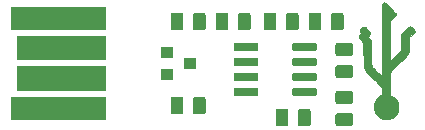
<source format=gbr>
G04 #@! TF.GenerationSoftware,KiCad,Pcbnew,(5.1.2-1)-1*
G04 #@! TF.CreationDate,2019-10-10T21:18:58-06:00*
G04 #@! TF.ProjectId,usb-target,7573622d-7461-4726-9765-742e6b696361,rev?*
G04 #@! TF.SameCoordinates,Original*
G04 #@! TF.FileFunction,Soldermask,Top*
G04 #@! TF.FilePolarity,Negative*
%FSLAX46Y46*%
G04 Gerber Fmt 4.6, Leading zero omitted, Abs format (unit mm)*
G04 Created by KiCad (PCBNEW (5.1.2-1)-1) date 2019-10-10 21:18:58*
%MOMM*%
%LPD*%
G04 APERTURE LIST*
%ADD10C,0.010000*%
%ADD11C,0.100000*%
G04 APERTURE END LIST*
D10*
G36*
X89497192Y-81456152D02*
G01*
X89549167Y-81478391D01*
X89615283Y-81524018D01*
X89700327Y-81596024D01*
X89809085Y-81697403D01*
X89946345Y-81831145D01*
X90011890Y-81895949D01*
X90136017Y-82020394D01*
X90248581Y-82135952D01*
X90344288Y-82236966D01*
X90417841Y-82317782D01*
X90463945Y-82372744D01*
X90476999Y-82392677D01*
X90486311Y-82439114D01*
X90475267Y-82490222D01*
X90439845Y-82552189D01*
X90376022Y-82631201D01*
X90279775Y-82733447D01*
X90209931Y-82803439D01*
X89992200Y-83018778D01*
X89992200Y-84690829D01*
X89992238Y-85023011D01*
X89992422Y-85307929D01*
X89992853Y-85549116D01*
X89993633Y-85750109D01*
X89994863Y-85914443D01*
X89996645Y-86045653D01*
X89999082Y-86147273D01*
X90002274Y-86222840D01*
X90006324Y-86275887D01*
X90011333Y-86309951D01*
X90017403Y-86328567D01*
X90024636Y-86335269D01*
X90033134Y-86333593D01*
X90039377Y-86329690D01*
X90086571Y-86291446D01*
X90159920Y-86225942D01*
X90252751Y-86139704D01*
X90358391Y-86039263D01*
X90470168Y-85931146D01*
X90581408Y-85821882D01*
X90685438Y-85718000D01*
X90775586Y-85626027D01*
X90845179Y-85552494D01*
X90887543Y-85503927D01*
X90896294Y-85491311D01*
X90907873Y-85458080D01*
X90916823Y-85404555D01*
X90923420Y-85325150D01*
X90927944Y-85214277D01*
X90930670Y-85066352D01*
X90931878Y-84875787D01*
X90932000Y-84772606D01*
X90932102Y-84574312D01*
X90932759Y-84420515D01*
X90934493Y-84304915D01*
X90937826Y-84221210D01*
X90943281Y-84163098D01*
X90951381Y-84124277D01*
X90962647Y-84098445D01*
X90977604Y-84079301D01*
X90990559Y-84066495D01*
X91029627Y-84028985D01*
X91096902Y-83964235D01*
X91184040Y-83880283D01*
X91282694Y-83785169D01*
X91318999Y-83750149D01*
X91442622Y-83633049D01*
X91538780Y-83550992D01*
X91615457Y-83502630D01*
X91680633Y-83486617D01*
X91742292Y-83501605D01*
X91808415Y-83546248D01*
X91886984Y-83619198D01*
X91916983Y-83649233D01*
X92003001Y-83740035D01*
X92056817Y-83813087D01*
X92077251Y-83877276D01*
X92063127Y-83941488D01*
X92013265Y-84014609D01*
X91926488Y-84105525D01*
X91846400Y-84181480D01*
X91617800Y-84394792D01*
X91617424Y-84888446D01*
X91615049Y-85131740D01*
X91606090Y-85332976D01*
X91587185Y-85500791D01*
X91554974Y-85643824D01*
X91506096Y-85770715D01*
X91437191Y-85890101D01*
X91344897Y-86010622D01*
X91225853Y-86140916D01*
X91076698Y-86289622D01*
X91069622Y-86296500D01*
X90930968Y-86430248D01*
X90775359Y-86578870D01*
X90618057Y-86727879D01*
X90474322Y-86862787D01*
X90414069Y-86918800D01*
X90275812Y-87050864D01*
X90165260Y-87165009D01*
X90086597Y-87256695D01*
X90045359Y-87318573D01*
X90031477Y-87348630D01*
X90020245Y-87380450D01*
X90011384Y-87419482D01*
X90004614Y-87471174D01*
X89999653Y-87540974D01*
X89996223Y-87634330D01*
X89994043Y-87756691D01*
X89992832Y-87913503D01*
X89992311Y-88110216D01*
X89992200Y-88352277D01*
X89992200Y-89278622D01*
X90110826Y-89331097D01*
X90287002Y-89434729D01*
X90443254Y-89576472D01*
X90569746Y-89745257D01*
X90656645Y-89930014D01*
X90664361Y-89954100D01*
X90689623Y-90081541D01*
X90700807Y-90236520D01*
X90697913Y-90397763D01*
X90680941Y-90543996D01*
X90664361Y-90614500D01*
X90582263Y-90802280D01*
X90458708Y-90973931D01*
X90302586Y-91120080D01*
X90122790Y-91231352D01*
X90049402Y-91262809D01*
X89889465Y-91306241D01*
X89710745Y-91327508D01*
X89534417Y-91325407D01*
X89387614Y-91300447D01*
X89172481Y-91215637D01*
X88987490Y-91091810D01*
X88836411Y-90931651D01*
X88803305Y-90884621D01*
X88727117Y-90759865D01*
X88677479Y-90649515D01*
X88647567Y-90533128D01*
X88630557Y-90390257D01*
X88628362Y-90360500D01*
X88634916Y-90124364D01*
X88686543Y-89906011D01*
X88780692Y-89709868D01*
X88914811Y-89540363D01*
X89086349Y-89401920D01*
X89223850Y-89327428D01*
X89331800Y-89278622D01*
X89331800Y-89041686D01*
X89329990Y-88926084D01*
X89325158Y-88820217D01*
X89318199Y-88741150D01*
X89314970Y-88720603D01*
X89306676Y-88691093D01*
X89291213Y-88658840D01*
X89265086Y-88620162D01*
X89224802Y-88571375D01*
X89166867Y-88508795D01*
X89087789Y-88428740D01*
X88984074Y-88327525D01*
X88852227Y-88201469D01*
X88688757Y-88046886D01*
X88569667Y-87934800D01*
X88400103Y-87774930D01*
X88263334Y-87644467D01*
X88154816Y-87538370D01*
X88070008Y-87451595D01*
X88004370Y-87379102D01*
X87953359Y-87315848D01*
X87912434Y-87256791D01*
X87877054Y-87196889D01*
X87842677Y-87131101D01*
X87838815Y-87123393D01*
X87744300Y-86934287D01*
X87718900Y-84842963D01*
X87522050Y-84632973D01*
X87420845Y-84520358D01*
X87356100Y-84432759D01*
X87326177Y-84361583D01*
X87329442Y-84298237D01*
X87364260Y-84234130D01*
X87428995Y-84160668D01*
X87431648Y-84157959D01*
X87538097Y-84049496D01*
X87482448Y-83990261D01*
X87435136Y-83918620D01*
X87428299Y-83842389D01*
X87463241Y-83755285D01*
X87541265Y-83651024D01*
X87556413Y-83633908D01*
X87629518Y-83556947D01*
X87684035Y-83512685D01*
X87731756Y-83493109D01*
X87768427Y-83489800D01*
X87807161Y-83491607D01*
X87841798Y-83500716D01*
X87879310Y-83522661D01*
X87926669Y-83562973D01*
X87990848Y-83627184D01*
X88078819Y-83720827D01*
X88131790Y-83778123D01*
X88228315Y-83888318D01*
X88288266Y-83973826D01*
X88313877Y-84042742D01*
X88307383Y-84103160D01*
X88271016Y-84163173D01*
X88245950Y-84191726D01*
X88175384Y-84267543D01*
X88137473Y-84319421D01*
X88132349Y-84361744D01*
X88160147Y-84408896D01*
X88220997Y-84475262D01*
X88248838Y-84504338D01*
X88392000Y-84654428D01*
X88392000Y-85685830D01*
X88392310Y-85953768D01*
X88393339Y-86175450D01*
X88395232Y-86355417D01*
X88398136Y-86498210D01*
X88402196Y-86608369D01*
X88407560Y-86690436D01*
X88414373Y-86748950D01*
X88422781Y-86788454D01*
X88427979Y-86803343D01*
X88442202Y-86831147D01*
X88465448Y-86864818D01*
X88501278Y-86907997D01*
X88553255Y-86964324D01*
X88624938Y-87037442D01*
X88719892Y-87130991D01*
X88841676Y-87248612D01*
X88993852Y-87393946D01*
X89159915Y-87551617D01*
X89331800Y-87714534D01*
X89331800Y-84628203D01*
X89331824Y-84167594D01*
X89331922Y-83755092D01*
X89332136Y-83388008D01*
X89332504Y-83063651D01*
X89333067Y-82779327D01*
X89333864Y-82532347D01*
X89334936Y-82320019D01*
X89336322Y-82139652D01*
X89338063Y-81988554D01*
X89340198Y-81864034D01*
X89342768Y-81763400D01*
X89345812Y-81683962D01*
X89349370Y-81623028D01*
X89353483Y-81577906D01*
X89358190Y-81545906D01*
X89363531Y-81524335D01*
X89369546Y-81510503D01*
X89376275Y-81501719D01*
X89378250Y-81499836D01*
X89416520Y-81469867D01*
X89454572Y-81454308D01*
X89497192Y-81456152D01*
X89497192Y-81456152D01*
G37*
X89497192Y-81456152D02*
X89549167Y-81478391D01*
X89615283Y-81524018D01*
X89700327Y-81596024D01*
X89809085Y-81697403D01*
X89946345Y-81831145D01*
X90011890Y-81895949D01*
X90136017Y-82020394D01*
X90248581Y-82135952D01*
X90344288Y-82236966D01*
X90417841Y-82317782D01*
X90463945Y-82372744D01*
X90476999Y-82392677D01*
X90486311Y-82439114D01*
X90475267Y-82490222D01*
X90439845Y-82552189D01*
X90376022Y-82631201D01*
X90279775Y-82733447D01*
X90209931Y-82803439D01*
X89992200Y-83018778D01*
X89992200Y-84690829D01*
X89992238Y-85023011D01*
X89992422Y-85307929D01*
X89992853Y-85549116D01*
X89993633Y-85750109D01*
X89994863Y-85914443D01*
X89996645Y-86045653D01*
X89999082Y-86147273D01*
X90002274Y-86222840D01*
X90006324Y-86275887D01*
X90011333Y-86309951D01*
X90017403Y-86328567D01*
X90024636Y-86335269D01*
X90033134Y-86333593D01*
X90039377Y-86329690D01*
X90086571Y-86291446D01*
X90159920Y-86225942D01*
X90252751Y-86139704D01*
X90358391Y-86039263D01*
X90470168Y-85931146D01*
X90581408Y-85821882D01*
X90685438Y-85718000D01*
X90775586Y-85626027D01*
X90845179Y-85552494D01*
X90887543Y-85503927D01*
X90896294Y-85491311D01*
X90907873Y-85458080D01*
X90916823Y-85404555D01*
X90923420Y-85325150D01*
X90927944Y-85214277D01*
X90930670Y-85066352D01*
X90931878Y-84875787D01*
X90932000Y-84772606D01*
X90932102Y-84574312D01*
X90932759Y-84420515D01*
X90934493Y-84304915D01*
X90937826Y-84221210D01*
X90943281Y-84163098D01*
X90951381Y-84124277D01*
X90962647Y-84098445D01*
X90977604Y-84079301D01*
X90990559Y-84066495D01*
X91029627Y-84028985D01*
X91096902Y-83964235D01*
X91184040Y-83880283D01*
X91282694Y-83785169D01*
X91318999Y-83750149D01*
X91442622Y-83633049D01*
X91538780Y-83550992D01*
X91615457Y-83502630D01*
X91680633Y-83486617D01*
X91742292Y-83501605D01*
X91808415Y-83546248D01*
X91886984Y-83619198D01*
X91916983Y-83649233D01*
X92003001Y-83740035D01*
X92056817Y-83813087D01*
X92077251Y-83877276D01*
X92063127Y-83941488D01*
X92013265Y-84014609D01*
X91926488Y-84105525D01*
X91846400Y-84181480D01*
X91617800Y-84394792D01*
X91617424Y-84888446D01*
X91615049Y-85131740D01*
X91606090Y-85332976D01*
X91587185Y-85500791D01*
X91554974Y-85643824D01*
X91506096Y-85770715D01*
X91437191Y-85890101D01*
X91344897Y-86010622D01*
X91225853Y-86140916D01*
X91076698Y-86289622D01*
X91069622Y-86296500D01*
X90930968Y-86430248D01*
X90775359Y-86578870D01*
X90618057Y-86727879D01*
X90474322Y-86862787D01*
X90414069Y-86918800D01*
X90275812Y-87050864D01*
X90165260Y-87165009D01*
X90086597Y-87256695D01*
X90045359Y-87318573D01*
X90031477Y-87348630D01*
X90020245Y-87380450D01*
X90011384Y-87419482D01*
X90004614Y-87471174D01*
X89999653Y-87540974D01*
X89996223Y-87634330D01*
X89994043Y-87756691D01*
X89992832Y-87913503D01*
X89992311Y-88110216D01*
X89992200Y-88352277D01*
X89992200Y-89278622D01*
X90110826Y-89331097D01*
X90287002Y-89434729D01*
X90443254Y-89576472D01*
X90569746Y-89745257D01*
X90656645Y-89930014D01*
X90664361Y-89954100D01*
X90689623Y-90081541D01*
X90700807Y-90236520D01*
X90697913Y-90397763D01*
X90680941Y-90543996D01*
X90664361Y-90614500D01*
X90582263Y-90802280D01*
X90458708Y-90973931D01*
X90302586Y-91120080D01*
X90122790Y-91231352D01*
X90049402Y-91262809D01*
X89889465Y-91306241D01*
X89710745Y-91327508D01*
X89534417Y-91325407D01*
X89387614Y-91300447D01*
X89172481Y-91215637D01*
X88987490Y-91091810D01*
X88836411Y-90931651D01*
X88803305Y-90884621D01*
X88727117Y-90759865D01*
X88677479Y-90649515D01*
X88647567Y-90533128D01*
X88630557Y-90390257D01*
X88628362Y-90360500D01*
X88634916Y-90124364D01*
X88686543Y-89906011D01*
X88780692Y-89709868D01*
X88914811Y-89540363D01*
X89086349Y-89401920D01*
X89223850Y-89327428D01*
X89331800Y-89278622D01*
X89331800Y-89041686D01*
X89329990Y-88926084D01*
X89325158Y-88820217D01*
X89318199Y-88741150D01*
X89314970Y-88720603D01*
X89306676Y-88691093D01*
X89291213Y-88658840D01*
X89265086Y-88620162D01*
X89224802Y-88571375D01*
X89166867Y-88508795D01*
X89087789Y-88428740D01*
X88984074Y-88327525D01*
X88852227Y-88201469D01*
X88688757Y-88046886D01*
X88569667Y-87934800D01*
X88400103Y-87774930D01*
X88263334Y-87644467D01*
X88154816Y-87538370D01*
X88070008Y-87451595D01*
X88004370Y-87379102D01*
X87953359Y-87315848D01*
X87912434Y-87256791D01*
X87877054Y-87196889D01*
X87842677Y-87131101D01*
X87838815Y-87123393D01*
X87744300Y-86934287D01*
X87718900Y-84842963D01*
X87522050Y-84632973D01*
X87420845Y-84520358D01*
X87356100Y-84432759D01*
X87326177Y-84361583D01*
X87329442Y-84298237D01*
X87364260Y-84234130D01*
X87428995Y-84160668D01*
X87431648Y-84157959D01*
X87538097Y-84049496D01*
X87482448Y-83990261D01*
X87435136Y-83918620D01*
X87428299Y-83842389D01*
X87463241Y-83755285D01*
X87541265Y-83651024D01*
X87556413Y-83633908D01*
X87629518Y-83556947D01*
X87684035Y-83512685D01*
X87731756Y-83493109D01*
X87768427Y-83489800D01*
X87807161Y-83491607D01*
X87841798Y-83500716D01*
X87879310Y-83522661D01*
X87926669Y-83562973D01*
X87990848Y-83627184D01*
X88078819Y-83720827D01*
X88131790Y-83778123D01*
X88228315Y-83888318D01*
X88288266Y-83973826D01*
X88313877Y-84042742D01*
X88307383Y-84103160D01*
X88271016Y-84163173D01*
X88245950Y-84191726D01*
X88175384Y-84267543D01*
X88137473Y-84319421D01*
X88132349Y-84361744D01*
X88160147Y-84408896D01*
X88220997Y-84475262D01*
X88248838Y-84504338D01*
X88392000Y-84654428D01*
X88392000Y-85685830D01*
X88392310Y-85953768D01*
X88393339Y-86175450D01*
X88395232Y-86355417D01*
X88398136Y-86498210D01*
X88402196Y-86608369D01*
X88407560Y-86690436D01*
X88414373Y-86748950D01*
X88422781Y-86788454D01*
X88427979Y-86803343D01*
X88442202Y-86831147D01*
X88465448Y-86864818D01*
X88501278Y-86907997D01*
X88553255Y-86964324D01*
X88624938Y-87037442D01*
X88719892Y-87130991D01*
X88841676Y-87248612D01*
X88993852Y-87393946D01*
X89159915Y-87551617D01*
X89331800Y-87714534D01*
X89331800Y-84628203D01*
X89331824Y-84167594D01*
X89331922Y-83755092D01*
X89332136Y-83388008D01*
X89332504Y-83063651D01*
X89333067Y-82779327D01*
X89333864Y-82532347D01*
X89334936Y-82320019D01*
X89336322Y-82139652D01*
X89338063Y-81988554D01*
X89340198Y-81864034D01*
X89342768Y-81763400D01*
X89345812Y-81683962D01*
X89349370Y-81623028D01*
X89353483Y-81577906D01*
X89358190Y-81545906D01*
X89363531Y-81524335D01*
X89369546Y-81510503D01*
X89376275Y-81501719D01*
X89378250Y-81499836D01*
X89416520Y-81469867D01*
X89454572Y-81454308D01*
X89497192Y-81456152D01*
D11*
G36*
X83097468Y-90439565D02*
G01*
X83136138Y-90451296D01*
X83171777Y-90470346D01*
X83203017Y-90495983D01*
X83228654Y-90527223D01*
X83247704Y-90562862D01*
X83259435Y-90601532D01*
X83264000Y-90647888D01*
X83264000Y-91724112D01*
X83259435Y-91770468D01*
X83247704Y-91809138D01*
X83228654Y-91844777D01*
X83203017Y-91876017D01*
X83171777Y-91901654D01*
X83136138Y-91920704D01*
X83097468Y-91932435D01*
X83051112Y-91937000D01*
X82399888Y-91937000D01*
X82353532Y-91932435D01*
X82314862Y-91920704D01*
X82279223Y-91901654D01*
X82247983Y-91876017D01*
X82222346Y-91844777D01*
X82203296Y-91809138D01*
X82191565Y-91770468D01*
X82187000Y-91724112D01*
X82187000Y-90647888D01*
X82191565Y-90601532D01*
X82203296Y-90562862D01*
X82222346Y-90527223D01*
X82247983Y-90495983D01*
X82279223Y-90470346D01*
X82314862Y-90451296D01*
X82353532Y-90439565D01*
X82399888Y-90435000D01*
X83051112Y-90435000D01*
X83097468Y-90439565D01*
X83097468Y-90439565D01*
G37*
G36*
X81222468Y-90439565D02*
G01*
X81261138Y-90451296D01*
X81296777Y-90470346D01*
X81328017Y-90495983D01*
X81353654Y-90527223D01*
X81372704Y-90562862D01*
X81384435Y-90601532D01*
X81389000Y-90647888D01*
X81389000Y-91724112D01*
X81384435Y-91770468D01*
X81372704Y-91809138D01*
X81353654Y-91844777D01*
X81328017Y-91876017D01*
X81296777Y-91901654D01*
X81261138Y-91920704D01*
X81222468Y-91932435D01*
X81176112Y-91937000D01*
X80524888Y-91937000D01*
X80478532Y-91932435D01*
X80439862Y-91920704D01*
X80404223Y-91901654D01*
X80372983Y-91876017D01*
X80347346Y-91844777D01*
X80328296Y-91809138D01*
X80316565Y-91770468D01*
X80312000Y-91724112D01*
X80312000Y-90647888D01*
X80316565Y-90601532D01*
X80328296Y-90562862D01*
X80347346Y-90527223D01*
X80372983Y-90495983D01*
X80404223Y-90470346D01*
X80439862Y-90451296D01*
X80478532Y-90439565D01*
X80524888Y-90435000D01*
X81176112Y-90435000D01*
X81222468Y-90439565D01*
X81222468Y-90439565D01*
G37*
G36*
X86690468Y-90827565D02*
G01*
X86729138Y-90839296D01*
X86764777Y-90858346D01*
X86796017Y-90883983D01*
X86821654Y-90915223D01*
X86840704Y-90950862D01*
X86852435Y-90989532D01*
X86857000Y-91035888D01*
X86857000Y-91687112D01*
X86852435Y-91733468D01*
X86840704Y-91772138D01*
X86821654Y-91807777D01*
X86796017Y-91839017D01*
X86764777Y-91864654D01*
X86729138Y-91883704D01*
X86690468Y-91895435D01*
X86644112Y-91900000D01*
X85567888Y-91900000D01*
X85521532Y-91895435D01*
X85482862Y-91883704D01*
X85447223Y-91864654D01*
X85415983Y-91839017D01*
X85390346Y-91807777D01*
X85371296Y-91772138D01*
X85359565Y-91733468D01*
X85355000Y-91687112D01*
X85355000Y-91035888D01*
X85359565Y-90989532D01*
X85371296Y-90950862D01*
X85390346Y-90915223D01*
X85415983Y-90883983D01*
X85447223Y-90858346D01*
X85482862Y-90839296D01*
X85521532Y-90827565D01*
X85567888Y-90823000D01*
X86644112Y-90823000D01*
X86690468Y-90827565D01*
X86690468Y-90827565D01*
G37*
G36*
X65974000Y-91425000D02*
G01*
X57872000Y-91425000D01*
X57872000Y-89423000D01*
X65974000Y-89423000D01*
X65974000Y-91425000D01*
X65974000Y-91425000D01*
G37*
G36*
X72332468Y-89423565D02*
G01*
X72371138Y-89435296D01*
X72406777Y-89454346D01*
X72438017Y-89479983D01*
X72463654Y-89511223D01*
X72482704Y-89546862D01*
X72494435Y-89585532D01*
X72499000Y-89631888D01*
X72499000Y-90708112D01*
X72494435Y-90754468D01*
X72482704Y-90793138D01*
X72463654Y-90828777D01*
X72438017Y-90860017D01*
X72406777Y-90885654D01*
X72371138Y-90904704D01*
X72332468Y-90916435D01*
X72286112Y-90921000D01*
X71634888Y-90921000D01*
X71588532Y-90916435D01*
X71549862Y-90904704D01*
X71514223Y-90885654D01*
X71482983Y-90860017D01*
X71457346Y-90828777D01*
X71438296Y-90793138D01*
X71426565Y-90754468D01*
X71422000Y-90708112D01*
X71422000Y-89631888D01*
X71426565Y-89585532D01*
X71438296Y-89546862D01*
X71457346Y-89511223D01*
X71482983Y-89479983D01*
X71514223Y-89454346D01*
X71549862Y-89435296D01*
X71588532Y-89423565D01*
X71634888Y-89419000D01*
X72286112Y-89419000D01*
X72332468Y-89423565D01*
X72332468Y-89423565D01*
G37*
G36*
X74207468Y-89423565D02*
G01*
X74246138Y-89435296D01*
X74281777Y-89454346D01*
X74313017Y-89479983D01*
X74338654Y-89511223D01*
X74357704Y-89546862D01*
X74369435Y-89585532D01*
X74374000Y-89631888D01*
X74374000Y-90708112D01*
X74369435Y-90754468D01*
X74357704Y-90793138D01*
X74338654Y-90828777D01*
X74313017Y-90860017D01*
X74281777Y-90885654D01*
X74246138Y-90904704D01*
X74207468Y-90916435D01*
X74161112Y-90921000D01*
X73509888Y-90921000D01*
X73463532Y-90916435D01*
X73424862Y-90904704D01*
X73389223Y-90885654D01*
X73357983Y-90860017D01*
X73332346Y-90828777D01*
X73313296Y-90793138D01*
X73301565Y-90754468D01*
X73297000Y-90708112D01*
X73297000Y-89631888D01*
X73301565Y-89585532D01*
X73313296Y-89546862D01*
X73332346Y-89511223D01*
X73357983Y-89479983D01*
X73389223Y-89454346D01*
X73424862Y-89435296D01*
X73463532Y-89423565D01*
X73509888Y-89419000D01*
X74161112Y-89419000D01*
X74207468Y-89423565D01*
X74207468Y-89423565D01*
G37*
G36*
X86690468Y-88952565D02*
G01*
X86729138Y-88964296D01*
X86764777Y-88983346D01*
X86796017Y-89008983D01*
X86821654Y-89040223D01*
X86840704Y-89075862D01*
X86852435Y-89114532D01*
X86857000Y-89160888D01*
X86857000Y-89812112D01*
X86852435Y-89858468D01*
X86840704Y-89897138D01*
X86821654Y-89932777D01*
X86796017Y-89964017D01*
X86764777Y-89989654D01*
X86729138Y-90008704D01*
X86690468Y-90020435D01*
X86644112Y-90025000D01*
X85567888Y-90025000D01*
X85521532Y-90020435D01*
X85482862Y-90008704D01*
X85447223Y-89989654D01*
X85415983Y-89964017D01*
X85390346Y-89932777D01*
X85371296Y-89897138D01*
X85359565Y-89858468D01*
X85355000Y-89812112D01*
X85355000Y-89160888D01*
X85359565Y-89114532D01*
X85371296Y-89075862D01*
X85390346Y-89040223D01*
X85415983Y-89008983D01*
X85447223Y-88983346D01*
X85482862Y-88964296D01*
X85521532Y-88952565D01*
X85567888Y-88948000D01*
X86644112Y-88948000D01*
X86690468Y-88952565D01*
X86690468Y-88952565D01*
G37*
G36*
X78723928Y-88678764D02*
G01*
X78745009Y-88685160D01*
X78764445Y-88695548D01*
X78781476Y-88709524D01*
X78795452Y-88726555D01*
X78805840Y-88745991D01*
X78812236Y-88767072D01*
X78815000Y-88795140D01*
X78815000Y-89258860D01*
X78812236Y-89286928D01*
X78805840Y-89308009D01*
X78795452Y-89327445D01*
X78781476Y-89344476D01*
X78764445Y-89358452D01*
X78745009Y-89368840D01*
X78723928Y-89375236D01*
X78695860Y-89378000D01*
X76882140Y-89378000D01*
X76854072Y-89375236D01*
X76832991Y-89368840D01*
X76813555Y-89358452D01*
X76796524Y-89344476D01*
X76782548Y-89327445D01*
X76772160Y-89308009D01*
X76765764Y-89286928D01*
X76763000Y-89258860D01*
X76763000Y-88795140D01*
X76765764Y-88767072D01*
X76772160Y-88745991D01*
X76782548Y-88726555D01*
X76796524Y-88709524D01*
X76813555Y-88695548D01*
X76832991Y-88685160D01*
X76854072Y-88678764D01*
X76882140Y-88676000D01*
X78695860Y-88676000D01*
X78723928Y-88678764D01*
X78723928Y-88678764D01*
G37*
G36*
X83673928Y-88678764D02*
G01*
X83695009Y-88685160D01*
X83714445Y-88695548D01*
X83731476Y-88709524D01*
X83745452Y-88726555D01*
X83755840Y-88745991D01*
X83762236Y-88767072D01*
X83765000Y-88795140D01*
X83765000Y-89258860D01*
X83762236Y-89286928D01*
X83755840Y-89308009D01*
X83745452Y-89327445D01*
X83731476Y-89344476D01*
X83714445Y-89358452D01*
X83695009Y-89368840D01*
X83673928Y-89375236D01*
X83645860Y-89378000D01*
X81832140Y-89378000D01*
X81804072Y-89375236D01*
X81782991Y-89368840D01*
X81763555Y-89358452D01*
X81746524Y-89344476D01*
X81732548Y-89327445D01*
X81722160Y-89308009D01*
X81715764Y-89286928D01*
X81713000Y-89258860D01*
X81713000Y-88795140D01*
X81715764Y-88767072D01*
X81722160Y-88745991D01*
X81732548Y-88726555D01*
X81746524Y-88709524D01*
X81763555Y-88695548D01*
X81782991Y-88685160D01*
X81804072Y-88678764D01*
X81832140Y-88676000D01*
X83645860Y-88676000D01*
X83673928Y-88678764D01*
X83673928Y-88678764D01*
G37*
G36*
X65974000Y-88965000D02*
G01*
X58372000Y-88965000D01*
X58372000Y-86863000D01*
X65974000Y-86863000D01*
X65974000Y-88965000D01*
X65974000Y-88965000D01*
G37*
G36*
X78723928Y-87408764D02*
G01*
X78745009Y-87415160D01*
X78764445Y-87425548D01*
X78781476Y-87439524D01*
X78795452Y-87456555D01*
X78805840Y-87475991D01*
X78812236Y-87497072D01*
X78815000Y-87525140D01*
X78815000Y-87988860D01*
X78812236Y-88016928D01*
X78805840Y-88038009D01*
X78795452Y-88057445D01*
X78781476Y-88074476D01*
X78764445Y-88088452D01*
X78745009Y-88098840D01*
X78723928Y-88105236D01*
X78695860Y-88108000D01*
X76882140Y-88108000D01*
X76854072Y-88105236D01*
X76832991Y-88098840D01*
X76813555Y-88088452D01*
X76796524Y-88074476D01*
X76782548Y-88057445D01*
X76772160Y-88038009D01*
X76765764Y-88016928D01*
X76763000Y-87988860D01*
X76763000Y-87525140D01*
X76765764Y-87497072D01*
X76772160Y-87475991D01*
X76782548Y-87456555D01*
X76796524Y-87439524D01*
X76813555Y-87425548D01*
X76832991Y-87415160D01*
X76854072Y-87408764D01*
X76882140Y-87406000D01*
X78695860Y-87406000D01*
X78723928Y-87408764D01*
X78723928Y-87408764D01*
G37*
G36*
X83673928Y-87408764D02*
G01*
X83695009Y-87415160D01*
X83714445Y-87425548D01*
X83731476Y-87439524D01*
X83745452Y-87456555D01*
X83755840Y-87475991D01*
X83762236Y-87497072D01*
X83765000Y-87525140D01*
X83765000Y-87988860D01*
X83762236Y-88016928D01*
X83755840Y-88038009D01*
X83745452Y-88057445D01*
X83731476Y-88074476D01*
X83714445Y-88088452D01*
X83695009Y-88098840D01*
X83673928Y-88105236D01*
X83645860Y-88108000D01*
X81832140Y-88108000D01*
X81804072Y-88105236D01*
X81782991Y-88098840D01*
X81763555Y-88088452D01*
X81746524Y-88074476D01*
X81732548Y-88057445D01*
X81722160Y-88038009D01*
X81715764Y-88016928D01*
X81713000Y-87988860D01*
X81713000Y-87525140D01*
X81715764Y-87497072D01*
X81722160Y-87475991D01*
X81732548Y-87456555D01*
X81746524Y-87439524D01*
X81763555Y-87425548D01*
X81782991Y-87415160D01*
X81804072Y-87408764D01*
X81832140Y-87406000D01*
X83645860Y-87406000D01*
X83673928Y-87408764D01*
X83673928Y-87408764D01*
G37*
G36*
X71573500Y-88015000D02*
G01*
X70571500Y-88015000D01*
X70571500Y-87113000D01*
X71573500Y-87113000D01*
X71573500Y-88015000D01*
X71573500Y-88015000D01*
G37*
G36*
X86690468Y-86763565D02*
G01*
X86729138Y-86775296D01*
X86764777Y-86794346D01*
X86796017Y-86819983D01*
X86821654Y-86851223D01*
X86840704Y-86886862D01*
X86852435Y-86925532D01*
X86857000Y-86971888D01*
X86857000Y-87623112D01*
X86852435Y-87669468D01*
X86840704Y-87708138D01*
X86821654Y-87743777D01*
X86796017Y-87775017D01*
X86764777Y-87800654D01*
X86729138Y-87819704D01*
X86690468Y-87831435D01*
X86644112Y-87836000D01*
X85567888Y-87836000D01*
X85521532Y-87831435D01*
X85482862Y-87819704D01*
X85447223Y-87800654D01*
X85415983Y-87775017D01*
X85390346Y-87743777D01*
X85371296Y-87708138D01*
X85359565Y-87669468D01*
X85355000Y-87623112D01*
X85355000Y-86971888D01*
X85359565Y-86925532D01*
X85371296Y-86886862D01*
X85390346Y-86851223D01*
X85415983Y-86819983D01*
X85447223Y-86794346D01*
X85482862Y-86775296D01*
X85521532Y-86763565D01*
X85567888Y-86759000D01*
X86644112Y-86759000D01*
X86690468Y-86763565D01*
X86690468Y-86763565D01*
G37*
G36*
X73573500Y-87065000D02*
G01*
X72571500Y-87065000D01*
X72571500Y-86163000D01*
X73573500Y-86163000D01*
X73573500Y-87065000D01*
X73573500Y-87065000D01*
G37*
G36*
X83673928Y-86138764D02*
G01*
X83695009Y-86145160D01*
X83714445Y-86155548D01*
X83731476Y-86169524D01*
X83745452Y-86186555D01*
X83755840Y-86205991D01*
X83762236Y-86227072D01*
X83765000Y-86255140D01*
X83765000Y-86718860D01*
X83762236Y-86746928D01*
X83755840Y-86768009D01*
X83745452Y-86787445D01*
X83731476Y-86804476D01*
X83714445Y-86818452D01*
X83695009Y-86828840D01*
X83673928Y-86835236D01*
X83645860Y-86838000D01*
X81832140Y-86838000D01*
X81804072Y-86835236D01*
X81782991Y-86828840D01*
X81763555Y-86818452D01*
X81746524Y-86804476D01*
X81732548Y-86787445D01*
X81722160Y-86768009D01*
X81715764Y-86746928D01*
X81713000Y-86718860D01*
X81713000Y-86255140D01*
X81715764Y-86227072D01*
X81722160Y-86205991D01*
X81732548Y-86186555D01*
X81746524Y-86169524D01*
X81763555Y-86155548D01*
X81782991Y-86145160D01*
X81804072Y-86138764D01*
X81832140Y-86136000D01*
X83645860Y-86136000D01*
X83673928Y-86138764D01*
X83673928Y-86138764D01*
G37*
G36*
X78723928Y-86138764D02*
G01*
X78745009Y-86145160D01*
X78764445Y-86155548D01*
X78781476Y-86169524D01*
X78795452Y-86186555D01*
X78805840Y-86205991D01*
X78812236Y-86227072D01*
X78815000Y-86255140D01*
X78815000Y-86718860D01*
X78812236Y-86746928D01*
X78805840Y-86768009D01*
X78795452Y-86787445D01*
X78781476Y-86804476D01*
X78764445Y-86818452D01*
X78745009Y-86828840D01*
X78723928Y-86835236D01*
X78695860Y-86838000D01*
X76882140Y-86838000D01*
X76854072Y-86835236D01*
X76832991Y-86828840D01*
X76813555Y-86818452D01*
X76796524Y-86804476D01*
X76782548Y-86787445D01*
X76772160Y-86768009D01*
X76765764Y-86746928D01*
X76763000Y-86718860D01*
X76763000Y-86255140D01*
X76765764Y-86227072D01*
X76772160Y-86205991D01*
X76782548Y-86186555D01*
X76796524Y-86169524D01*
X76813555Y-86155548D01*
X76832991Y-86145160D01*
X76854072Y-86138764D01*
X76882140Y-86136000D01*
X78695860Y-86136000D01*
X78723928Y-86138764D01*
X78723928Y-86138764D01*
G37*
G36*
X65974000Y-86365000D02*
G01*
X58372000Y-86365000D01*
X58372000Y-84263000D01*
X65974000Y-84263000D01*
X65974000Y-86365000D01*
X65974000Y-86365000D01*
G37*
G36*
X71573500Y-86115000D02*
G01*
X70571500Y-86115000D01*
X70571500Y-85213000D01*
X71573500Y-85213000D01*
X71573500Y-86115000D01*
X71573500Y-86115000D01*
G37*
G36*
X86690468Y-84888565D02*
G01*
X86729138Y-84900296D01*
X86764777Y-84919346D01*
X86796017Y-84944983D01*
X86821654Y-84976223D01*
X86840704Y-85011862D01*
X86852435Y-85050532D01*
X86857000Y-85096888D01*
X86857000Y-85748112D01*
X86852435Y-85794468D01*
X86840704Y-85833138D01*
X86821654Y-85868777D01*
X86796017Y-85900017D01*
X86764777Y-85925654D01*
X86729138Y-85944704D01*
X86690468Y-85956435D01*
X86644112Y-85961000D01*
X85567888Y-85961000D01*
X85521532Y-85956435D01*
X85482862Y-85944704D01*
X85447223Y-85925654D01*
X85415983Y-85900017D01*
X85390346Y-85868777D01*
X85371296Y-85833138D01*
X85359565Y-85794468D01*
X85355000Y-85748112D01*
X85355000Y-85096888D01*
X85359565Y-85050532D01*
X85371296Y-85011862D01*
X85390346Y-84976223D01*
X85415983Y-84944983D01*
X85447223Y-84919346D01*
X85482862Y-84900296D01*
X85521532Y-84888565D01*
X85567888Y-84884000D01*
X86644112Y-84884000D01*
X86690468Y-84888565D01*
X86690468Y-84888565D01*
G37*
G36*
X78723928Y-84868764D02*
G01*
X78745009Y-84875160D01*
X78764445Y-84885548D01*
X78781476Y-84899524D01*
X78795452Y-84916555D01*
X78805840Y-84935991D01*
X78812236Y-84957072D01*
X78815000Y-84985140D01*
X78815000Y-85448860D01*
X78812236Y-85476928D01*
X78805840Y-85498009D01*
X78795452Y-85517445D01*
X78781476Y-85534476D01*
X78764445Y-85548452D01*
X78745009Y-85558840D01*
X78723928Y-85565236D01*
X78695860Y-85568000D01*
X76882140Y-85568000D01*
X76854072Y-85565236D01*
X76832991Y-85558840D01*
X76813555Y-85548452D01*
X76796524Y-85534476D01*
X76782548Y-85517445D01*
X76772160Y-85498009D01*
X76765764Y-85476928D01*
X76763000Y-85448860D01*
X76763000Y-84985140D01*
X76765764Y-84957072D01*
X76772160Y-84935991D01*
X76782548Y-84916555D01*
X76796524Y-84899524D01*
X76813555Y-84885548D01*
X76832991Y-84875160D01*
X76854072Y-84868764D01*
X76882140Y-84866000D01*
X78695860Y-84866000D01*
X78723928Y-84868764D01*
X78723928Y-84868764D01*
G37*
G36*
X83673928Y-84868764D02*
G01*
X83695009Y-84875160D01*
X83714445Y-84885548D01*
X83731476Y-84899524D01*
X83745452Y-84916555D01*
X83755840Y-84935991D01*
X83762236Y-84957072D01*
X83765000Y-84985140D01*
X83765000Y-85448860D01*
X83762236Y-85476928D01*
X83755840Y-85498009D01*
X83745452Y-85517445D01*
X83731476Y-85534476D01*
X83714445Y-85548452D01*
X83695009Y-85558840D01*
X83673928Y-85565236D01*
X83645860Y-85568000D01*
X81832140Y-85568000D01*
X81804072Y-85565236D01*
X81782991Y-85558840D01*
X81763555Y-85548452D01*
X81746524Y-85534476D01*
X81732548Y-85517445D01*
X81722160Y-85498009D01*
X81715764Y-85476928D01*
X81713000Y-85448860D01*
X81713000Y-84985140D01*
X81715764Y-84957072D01*
X81722160Y-84935991D01*
X81732548Y-84916555D01*
X81746524Y-84899524D01*
X81763555Y-84885548D01*
X81782991Y-84875160D01*
X81804072Y-84868764D01*
X81832140Y-84866000D01*
X83645860Y-84866000D01*
X83673928Y-84868764D01*
X83673928Y-84868764D01*
G37*
G36*
X76142468Y-82311565D02*
G01*
X76181138Y-82323296D01*
X76216777Y-82342346D01*
X76248017Y-82367983D01*
X76273654Y-82399223D01*
X76292704Y-82434862D01*
X76304435Y-82473532D01*
X76309000Y-82519888D01*
X76309000Y-83596112D01*
X76304435Y-83642468D01*
X76292704Y-83681138D01*
X76273654Y-83716777D01*
X76248017Y-83748017D01*
X76216777Y-83773654D01*
X76181138Y-83792704D01*
X76142468Y-83804435D01*
X76096112Y-83809000D01*
X75444888Y-83809000D01*
X75398532Y-83804435D01*
X75359862Y-83792704D01*
X75324223Y-83773654D01*
X75292983Y-83748017D01*
X75267346Y-83716777D01*
X75248296Y-83681138D01*
X75236565Y-83642468D01*
X75232000Y-83596112D01*
X75232000Y-82519888D01*
X75236565Y-82473532D01*
X75248296Y-82434862D01*
X75267346Y-82399223D01*
X75292983Y-82367983D01*
X75324223Y-82342346D01*
X75359862Y-82323296D01*
X75398532Y-82311565D01*
X75444888Y-82307000D01*
X76096112Y-82307000D01*
X76142468Y-82311565D01*
X76142468Y-82311565D01*
G37*
G36*
X78017468Y-82311565D02*
G01*
X78056138Y-82323296D01*
X78091777Y-82342346D01*
X78123017Y-82367983D01*
X78148654Y-82399223D01*
X78167704Y-82434862D01*
X78179435Y-82473532D01*
X78184000Y-82519888D01*
X78184000Y-83596112D01*
X78179435Y-83642468D01*
X78167704Y-83681138D01*
X78148654Y-83716777D01*
X78123017Y-83748017D01*
X78091777Y-83773654D01*
X78056138Y-83792704D01*
X78017468Y-83804435D01*
X77971112Y-83809000D01*
X77319888Y-83809000D01*
X77273532Y-83804435D01*
X77234862Y-83792704D01*
X77199223Y-83773654D01*
X77167983Y-83748017D01*
X77142346Y-83716777D01*
X77123296Y-83681138D01*
X77111565Y-83642468D01*
X77107000Y-83596112D01*
X77107000Y-82519888D01*
X77111565Y-82473532D01*
X77123296Y-82434862D01*
X77142346Y-82399223D01*
X77167983Y-82367983D01*
X77199223Y-82342346D01*
X77234862Y-82323296D01*
X77273532Y-82311565D01*
X77319888Y-82307000D01*
X77971112Y-82307000D01*
X78017468Y-82311565D01*
X78017468Y-82311565D01*
G37*
G36*
X72332468Y-82311565D02*
G01*
X72371138Y-82323296D01*
X72406777Y-82342346D01*
X72438017Y-82367983D01*
X72463654Y-82399223D01*
X72482704Y-82434862D01*
X72494435Y-82473532D01*
X72499000Y-82519888D01*
X72499000Y-83596112D01*
X72494435Y-83642468D01*
X72482704Y-83681138D01*
X72463654Y-83716777D01*
X72438017Y-83748017D01*
X72406777Y-83773654D01*
X72371138Y-83792704D01*
X72332468Y-83804435D01*
X72286112Y-83809000D01*
X71634888Y-83809000D01*
X71588532Y-83804435D01*
X71549862Y-83792704D01*
X71514223Y-83773654D01*
X71482983Y-83748017D01*
X71457346Y-83716777D01*
X71438296Y-83681138D01*
X71426565Y-83642468D01*
X71422000Y-83596112D01*
X71422000Y-82519888D01*
X71426565Y-82473532D01*
X71438296Y-82434862D01*
X71457346Y-82399223D01*
X71482983Y-82367983D01*
X71514223Y-82342346D01*
X71549862Y-82323296D01*
X71588532Y-82311565D01*
X71634888Y-82307000D01*
X72286112Y-82307000D01*
X72332468Y-82311565D01*
X72332468Y-82311565D01*
G37*
G36*
X84016468Y-82311565D02*
G01*
X84055138Y-82323296D01*
X84090777Y-82342346D01*
X84122017Y-82367983D01*
X84147654Y-82399223D01*
X84166704Y-82434862D01*
X84178435Y-82473532D01*
X84183000Y-82519888D01*
X84183000Y-83596112D01*
X84178435Y-83642468D01*
X84166704Y-83681138D01*
X84147654Y-83716777D01*
X84122017Y-83748017D01*
X84090777Y-83773654D01*
X84055138Y-83792704D01*
X84016468Y-83804435D01*
X83970112Y-83809000D01*
X83318888Y-83809000D01*
X83272532Y-83804435D01*
X83233862Y-83792704D01*
X83198223Y-83773654D01*
X83166983Y-83748017D01*
X83141346Y-83716777D01*
X83122296Y-83681138D01*
X83110565Y-83642468D01*
X83106000Y-83596112D01*
X83106000Y-82519888D01*
X83110565Y-82473532D01*
X83122296Y-82434862D01*
X83141346Y-82399223D01*
X83166983Y-82367983D01*
X83198223Y-82342346D01*
X83233862Y-82323296D01*
X83272532Y-82311565D01*
X83318888Y-82307000D01*
X83970112Y-82307000D01*
X84016468Y-82311565D01*
X84016468Y-82311565D01*
G37*
G36*
X85891468Y-82311565D02*
G01*
X85930138Y-82323296D01*
X85965777Y-82342346D01*
X85997017Y-82367983D01*
X86022654Y-82399223D01*
X86041704Y-82434862D01*
X86053435Y-82473532D01*
X86058000Y-82519888D01*
X86058000Y-83596112D01*
X86053435Y-83642468D01*
X86041704Y-83681138D01*
X86022654Y-83716777D01*
X85997017Y-83748017D01*
X85965777Y-83773654D01*
X85930138Y-83792704D01*
X85891468Y-83804435D01*
X85845112Y-83809000D01*
X85193888Y-83809000D01*
X85147532Y-83804435D01*
X85108862Y-83792704D01*
X85073223Y-83773654D01*
X85041983Y-83748017D01*
X85016346Y-83716777D01*
X84997296Y-83681138D01*
X84985565Y-83642468D01*
X84981000Y-83596112D01*
X84981000Y-82519888D01*
X84985565Y-82473532D01*
X84997296Y-82434862D01*
X85016346Y-82399223D01*
X85041983Y-82367983D01*
X85073223Y-82342346D01*
X85108862Y-82323296D01*
X85147532Y-82311565D01*
X85193888Y-82307000D01*
X85845112Y-82307000D01*
X85891468Y-82311565D01*
X85891468Y-82311565D01*
G37*
G36*
X82081468Y-82311565D02*
G01*
X82120138Y-82323296D01*
X82155777Y-82342346D01*
X82187017Y-82367983D01*
X82212654Y-82399223D01*
X82231704Y-82434862D01*
X82243435Y-82473532D01*
X82248000Y-82519888D01*
X82248000Y-83596112D01*
X82243435Y-83642468D01*
X82231704Y-83681138D01*
X82212654Y-83716777D01*
X82187017Y-83748017D01*
X82155777Y-83773654D01*
X82120138Y-83792704D01*
X82081468Y-83804435D01*
X82035112Y-83809000D01*
X81383888Y-83809000D01*
X81337532Y-83804435D01*
X81298862Y-83792704D01*
X81263223Y-83773654D01*
X81231983Y-83748017D01*
X81206346Y-83716777D01*
X81187296Y-83681138D01*
X81175565Y-83642468D01*
X81171000Y-83596112D01*
X81171000Y-82519888D01*
X81175565Y-82473532D01*
X81187296Y-82434862D01*
X81206346Y-82399223D01*
X81231983Y-82367983D01*
X81263223Y-82342346D01*
X81298862Y-82323296D01*
X81337532Y-82311565D01*
X81383888Y-82307000D01*
X82035112Y-82307000D01*
X82081468Y-82311565D01*
X82081468Y-82311565D01*
G37*
G36*
X74207468Y-82311565D02*
G01*
X74246138Y-82323296D01*
X74281777Y-82342346D01*
X74313017Y-82367983D01*
X74338654Y-82399223D01*
X74357704Y-82434862D01*
X74369435Y-82473532D01*
X74374000Y-82519888D01*
X74374000Y-83596112D01*
X74369435Y-83642468D01*
X74357704Y-83681138D01*
X74338654Y-83716777D01*
X74313017Y-83748017D01*
X74281777Y-83773654D01*
X74246138Y-83792704D01*
X74207468Y-83804435D01*
X74161112Y-83809000D01*
X73509888Y-83809000D01*
X73463532Y-83804435D01*
X73424862Y-83792704D01*
X73389223Y-83773654D01*
X73357983Y-83748017D01*
X73332346Y-83716777D01*
X73313296Y-83681138D01*
X73301565Y-83642468D01*
X73297000Y-83596112D01*
X73297000Y-82519888D01*
X73301565Y-82473532D01*
X73313296Y-82434862D01*
X73332346Y-82399223D01*
X73357983Y-82367983D01*
X73389223Y-82342346D01*
X73424862Y-82323296D01*
X73463532Y-82311565D01*
X73509888Y-82307000D01*
X74161112Y-82307000D01*
X74207468Y-82311565D01*
X74207468Y-82311565D01*
G37*
G36*
X80206468Y-82311565D02*
G01*
X80245138Y-82323296D01*
X80280777Y-82342346D01*
X80312017Y-82367983D01*
X80337654Y-82399223D01*
X80356704Y-82434862D01*
X80368435Y-82473532D01*
X80373000Y-82519888D01*
X80373000Y-83596112D01*
X80368435Y-83642468D01*
X80356704Y-83681138D01*
X80337654Y-83716777D01*
X80312017Y-83748017D01*
X80280777Y-83773654D01*
X80245138Y-83792704D01*
X80206468Y-83804435D01*
X80160112Y-83809000D01*
X79508888Y-83809000D01*
X79462532Y-83804435D01*
X79423862Y-83792704D01*
X79388223Y-83773654D01*
X79356983Y-83748017D01*
X79331346Y-83716777D01*
X79312296Y-83681138D01*
X79300565Y-83642468D01*
X79296000Y-83596112D01*
X79296000Y-82519888D01*
X79300565Y-82473532D01*
X79312296Y-82434862D01*
X79331346Y-82399223D01*
X79356983Y-82367983D01*
X79388223Y-82342346D01*
X79423862Y-82323296D01*
X79462532Y-82311565D01*
X79508888Y-82307000D01*
X80160112Y-82307000D01*
X80206468Y-82311565D01*
X80206468Y-82311565D01*
G37*
G36*
X65974000Y-83805000D02*
G01*
X57872000Y-83805000D01*
X57872000Y-81803000D01*
X65974000Y-81803000D01*
X65974000Y-83805000D01*
X65974000Y-83805000D01*
G37*
M02*

</source>
